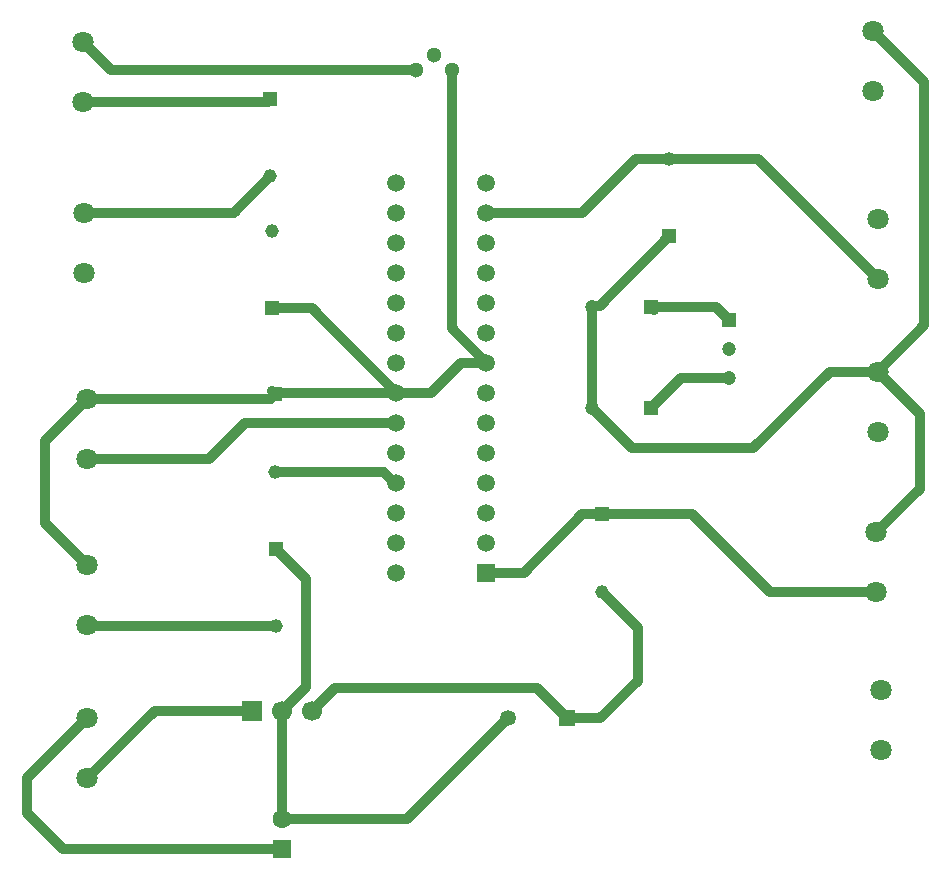
<source format=gbl>
G04*
G04 #@! TF.GenerationSoftware,Altium Limited,Altium Designer,22.10.1 (41)*
G04*
G04 Layer_Physical_Order=2*
G04 Layer_Color=16711680*
%FSLAX25Y25*%
%MOIN*%
G70*
G04*
G04 #@! TF.SameCoordinates,D8DE2597-0232-48C6-990D-D127052A737A*
G04*
G04*
G04 #@! TF.FilePolarity,Positive*
G04*
G01*
G75*
%ADD19C,0.04528*%
%ADD20R,0.04528X0.04528*%
%ADD30C,0.04724*%
%ADD31R,0.04724X0.04724*%
%ADD32C,0.03200*%
%ADD33C,0.05906*%
%ADD34R,0.05906X0.05906*%
%ADD35C,0.05118*%
%ADD36R,0.05315X0.05315*%
%ADD37C,0.05315*%
%ADD38R,0.06299X0.06299*%
%ADD39C,0.06299*%
%ADD40C,0.07100*%
%ADD41C,0.06693*%
%ADD42R,0.06693X0.06693*%
%ADD43R,0.04724X0.04724*%
D19*
X128500Y234413D02*
D03*
X130000Y102587D02*
D03*
X129500Y154087D02*
D03*
X128000Y252587D02*
D03*
X261000Y258413D02*
D03*
X238500Y114087D02*
D03*
D20*
X128500Y208587D02*
D03*
X130000Y128413D02*
D03*
X129500Y179913D02*
D03*
X128000Y278413D02*
D03*
X261000Y232587D02*
D03*
X238500Y139913D02*
D03*
D30*
X281000Y195000D02*
D03*
Y185394D02*
D03*
X235157Y175500D02*
D03*
Y209000D02*
D03*
D31*
X254842Y175500D02*
D03*
Y209000D02*
D03*
D32*
X53000Y137000D02*
Y164500D01*
X67000Y178500D01*
X53000Y137000D02*
X67000Y123000D01*
X188347Y202153D02*
Y288000D01*
Y202153D02*
X200000Y190500D01*
X170000Y180500D02*
X181500D01*
X191500Y190500D02*
X200000D01*
X181500Y180500D02*
X191500Y190500D01*
X67000Y103000D02*
X67207Y102793D01*
X129793D02*
X130000Y102587D01*
X67207Y102793D02*
X129793D01*
X67000Y52000D02*
X89500Y74500D01*
X122000D01*
X47000Y52000D02*
X67000Y72000D01*
X47000Y40500D02*
Y52000D01*
Y40500D02*
X59000Y28500D01*
X132000D01*
X290587Y258413D02*
X330500Y218500D01*
X261000Y258413D02*
X290587D01*
X346000Y203000D02*
Y284000D01*
X329000Y301000D02*
X346000Y284000D01*
X330500Y187500D02*
X346000Y203000D01*
X330500Y187500D02*
X344500Y173500D01*
Y148500D02*
Y173500D01*
X330000Y134000D02*
X344500Y148500D01*
X238500Y114087D02*
X250500Y102087D01*
Y84500D02*
Y102087D01*
X238000Y72000D02*
X250500Y84500D01*
X226842Y72000D02*
X238000D01*
X289000Y162000D02*
X314500Y187500D01*
X330500D01*
X248657Y162000D02*
X289000D01*
X235157Y175500D02*
X248657Y162000D01*
X235157Y175500D02*
Y209000D01*
X254842Y175500D02*
X264736Y185394D01*
X281000D01*
X254842Y209000D02*
X276606D01*
X281000Y204606D01*
X235449Y209292D02*
X237705D01*
X235157Y209000D02*
X235449Y209292D01*
X237705D02*
X261000Y232587D01*
X200000Y120500D02*
X212500D01*
X231913Y139913D01*
X238500D01*
X268587D01*
X294500Y114000D02*
X330000D01*
X268587Y139913D02*
X294500Y114000D01*
X142000Y74500D02*
X149500Y82000D01*
X216843D01*
X226842Y72000D01*
X132000Y38500D02*
X173658D01*
X207157Y72000D01*
X132000Y38500D02*
Y74500D01*
X140000Y82500D02*
Y118413D01*
X132000Y74500D02*
X140000Y82500D01*
X130000Y128413D02*
X140000Y118413D01*
X165681Y154087D02*
X169268Y150500D01*
X129500Y154087D02*
X165681D01*
X169268Y150500D02*
X170000D01*
X128500Y208587D02*
X141913D01*
X170000Y180500D01*
X107500Y158500D02*
X119500Y170500D01*
X170000D01*
X67000Y158500D02*
X107500D01*
X115913Y240500D02*
X128000Y252587D01*
X66000Y240500D02*
X115913D01*
X65500Y277500D02*
X127087D01*
X128000Y278413D01*
X65500Y297500D02*
X75000Y288000D01*
X176654D01*
X129793Y180207D02*
X169707D01*
X129500Y179913D02*
X129793Y180207D01*
X169707D02*
X170000Y180500D01*
X128500Y180913D02*
X129500Y179913D01*
X67000Y178500D02*
X128087D01*
X129500Y179913D01*
X200000Y240500D02*
X232000D01*
X249913Y258413D01*
X261000D01*
X330500Y218500D02*
X331000Y219000D01*
X254842Y209000D02*
X255842Y208000D01*
X67000Y52000D02*
X67500Y51500D01*
D33*
X170000Y250500D02*
D03*
Y240500D02*
D03*
Y230500D02*
D03*
Y220500D02*
D03*
Y210500D02*
D03*
Y200500D02*
D03*
Y190500D02*
D03*
Y180500D02*
D03*
Y170500D02*
D03*
Y160500D02*
D03*
Y150500D02*
D03*
Y140500D02*
D03*
Y130500D02*
D03*
Y120500D02*
D03*
X200000Y250500D02*
D03*
Y240500D02*
D03*
Y230500D02*
D03*
Y220500D02*
D03*
Y210500D02*
D03*
Y200500D02*
D03*
Y190500D02*
D03*
Y180500D02*
D03*
Y170500D02*
D03*
Y160500D02*
D03*
Y150500D02*
D03*
Y140500D02*
D03*
Y130500D02*
D03*
D34*
Y120500D02*
D03*
D35*
X188347Y288000D02*
D03*
X182500Y293000D02*
D03*
X176654Y288000D02*
D03*
D36*
X226842Y72000D02*
D03*
D37*
X207157D02*
D03*
D38*
X132000Y28500D02*
D03*
D39*
Y38500D02*
D03*
D40*
X330000Y114000D02*
D03*
Y134000D02*
D03*
X330500Y218500D02*
D03*
Y238500D02*
D03*
X67000Y52000D02*
D03*
Y72000D02*
D03*
Y158500D02*
D03*
Y178500D02*
D03*
Y103000D02*
D03*
Y123000D02*
D03*
X66000Y220500D02*
D03*
Y240500D02*
D03*
X65500Y277500D02*
D03*
Y297500D02*
D03*
X331500Y61500D02*
D03*
Y81500D02*
D03*
X329000Y281000D02*
D03*
Y301000D02*
D03*
X330500Y167500D02*
D03*
Y187500D02*
D03*
D41*
X142000Y74500D02*
D03*
X132000D02*
D03*
D42*
X122000D02*
D03*
D43*
X281000Y204606D02*
D03*
M02*

</source>
